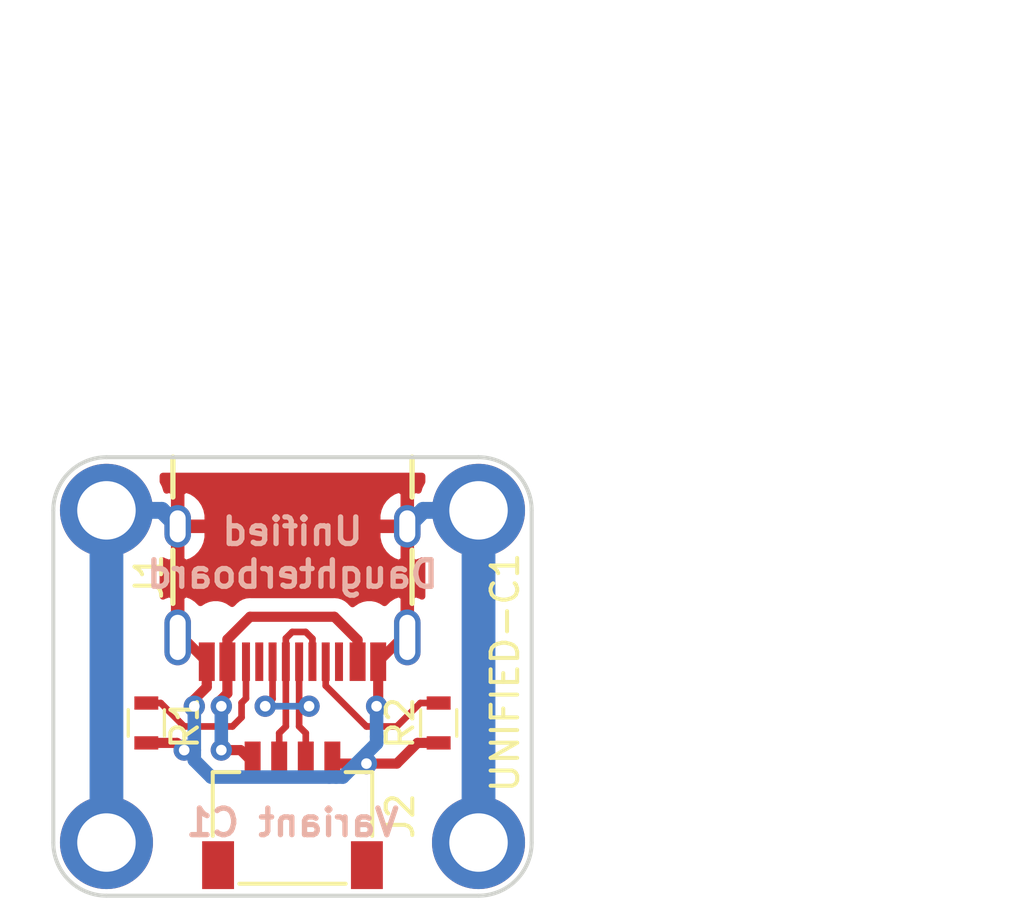
<source format=kicad_pcb>
(kicad_pcb (version 20171130) (host pcbnew "(5.0.2)-1")

  (general
    (thickness 1.6)
    (drawings 19)
    (tracks 86)
    (zones 0)
    (modules 8)
    (nets 9)
  )

  (page A4)
  (layers
    (0 F.Cu signal)
    (31 B.Cu signal)
    (32 B.Adhes user)
    (33 F.Adhes user)
    (34 B.Paste user)
    (35 F.Paste user)
    (36 B.SilkS user)
    (37 F.SilkS user)
    (38 B.Mask user)
    (39 F.Mask user)
    (40 Dwgs.User user)
    (41 Cmts.User user)
    (42 Eco1.User user)
    (43 Eco2.User user)
    (44 Edge.Cuts user)
    (45 Margin user)
    (46 B.CrtYd user)
    (47 F.CrtYd user)
    (48 B.Fab user)
    (49 F.Fab user hide)
  )

  (setup
    (last_trace_width 0.25)
    (trace_clearance 0.2)
    (zone_clearance 0.508)
    (zone_45_only no)
    (trace_min 0.2)
    (segment_width 0.0001)
    (edge_width 0.15)
    (via_size 0.8)
    (via_drill 0.4)
    (via_min_size 0.4)
    (via_min_drill 0.3)
    (uvia_size 0.3)
    (uvia_drill 0.1)
    (uvias_allowed no)
    (uvia_min_size 0.2)
    (uvia_min_drill 0.1)
    (pcb_text_width 0.3)
    (pcb_text_size 1.5 1.5)
    (mod_edge_width 0.15)
    (mod_text_size 1 1)
    (mod_text_width 0.15)
    (pad_size 1.524 1.524)
    (pad_drill 0.762)
    (pad_to_mask_clearance 0.051)
    (solder_mask_min_width 0.25)
    (aux_axis_origin 0 0)
    (visible_elements 7FFFFFFF)
    (pcbplotparams
      (layerselection 0x010fc_ffffffff)
      (usegerberextensions true)
      (usegerberattributes false)
      (usegerberadvancedattributes false)
      (creategerberjobfile false)
      (excludeedgelayer true)
      (linewidth 0.100000)
      (plotframeref false)
      (viasonmask false)
      (mode 1)
      (useauxorigin false)
      (hpglpennumber 1)
      (hpglpenspeed 20)
      (hpglpendiameter 15.000000)
      (psnegative false)
      (psa4output false)
      (plotreference true)
      (plotvalue true)
      (plotinvisibletext false)
      (padsonsilk false)
      (subtractmaskfromsilk true)
      (outputformat 1)
      (mirror false)
      (drillshape 0)
      (scaleselection 1)
      (outputdirectory "Gerber"))
  )

  (net 0 "")
  (net 1 D+)
  (net 2 GND)
  (net 3 D-)
  (net 4 VCC)
  (net 5 "Net-(J1-Pad10)")
  (net 6 "Net-(J1-Pad4)")
  (net 7 "Net-(J1-Pad9)")
  (net 8 "Net-(J1-Pad3)")

  (net_class Default "This is the default net class."
    (clearance 0.2)
    (trace_width 0.25)
    (via_dia 0.8)
    (via_drill 0.4)
    (uvia_dia 0.3)
    (uvia_drill 0.1)
    (add_net D+)
    (add_net D-)
    (add_net "Net-(J1-Pad10)")
    (add_net "Net-(J1-Pad3)")
    (add_net "Net-(J1-Pad4)")
    (add_net "Net-(J1-Pad9)")
  )

  (net_class Power ""
    (clearance 0.2)
    (trace_width 0.381)
    (via_dia 0.8)
    (via_drill 0.4)
    (uvia_dia 0.3)
    (uvia_drill 0.1)
    (add_net GND)
    (add_net VCC)
  )

  (module random-keyboard-parts:Generic-Mounthole (layer F.Cu) (tedit 5C91B17B) (tstamp 5C91B6FC)
    (at 32 32)
    (path /5C91EC0E)
    (attr virtual)
    (fp_text reference MH1 (at 0 2) (layer Dwgs.User)
      (effects (font (size 1 1) (thickness 0.15)))
    )
    (fp_text value Mount-M2 (at 0 -2) (layer Dwgs.User)
      (effects (font (size 1 1) (thickness 0.15)))
    )
    (pad 1 thru_hole circle (at 0 0) (size 3.5 3.5) (drill 2.2) (layers *.Cu *.Mask)
      (net 2 GND))
  )

  (module random-keyboard-parts:Generic-Mounthole (layer F.Cu) (tedit 5C91B17B) (tstamp 5C91B700)
    (at 46 32)
    (path /5C91EC94)
    (attr virtual)
    (fp_text reference MH2 (at 0 2) (layer Dwgs.User)
      (effects (font (size 1 1) (thickness 0.15)))
    )
    (fp_text value Mount-M2 (at 0 -2) (layer Dwgs.User)
      (effects (font (size 1 1) (thickness 0.15)))
    )
    (pad 1 thru_hole circle (at 0 0) (size 3.5 3.5) (drill 2.2) (layers *.Cu *.Mask)
      (net 2 GND))
  )

  (module random-keyboard-parts:Generic-Mounthole (layer F.Cu) (tedit 5C91B17B) (tstamp 5C91B704)
    (at 32 44.5)
    (path /5C91ECC0)
    (attr virtual)
    (fp_text reference MH3 (at 0 2) (layer Dwgs.User)
      (effects (font (size 1 1) (thickness 0.15)))
    )
    (fp_text value Mount-M2 (at 0 -2) (layer Dwgs.User)
      (effects (font (size 1 1) (thickness 0.15)))
    )
    (pad 1 thru_hole circle (at 0 0) (size 3.5 3.5) (drill 2.2) (layers *.Cu *.Mask)
      (net 2 GND))
  )

  (module random-keyboard-parts:Generic-Mounthole (layer F.Cu) (tedit 5C91B17B) (tstamp 5C91B708)
    (at 46 44.5)
    (path /5C91ECE4)
    (attr virtual)
    (fp_text reference MH4 (at 0 2) (layer Dwgs.User)
      (effects (font (size 1 1) (thickness 0.15)))
    )
    (fp_text value Mount-M2 (at 0 -2) (layer Dwgs.User)
      (effects (font (size 1 1) (thickness 0.15)))
    )
    (pad 1 thru_hole circle (at 0 0) (size 3.5 3.5) (drill 2.2) (layers *.Cu *.Mask)
      (net 2 GND))
  )

  (module random-keyboard-parts:JST-SR-4 (layer F.Cu) (tedit 5C919B1C) (tstamp 5C91C18E)
    (at 39 46.25)
    (path /5C91AFCB)
    (fp_text reference J2 (at 4.053 -2.75 270) (layer F.SilkS)
      (effects (font (size 1 1) (thickness 0.15)))
    )
    (fp_text value Conn_01x04 (at 0 1) (layer F.Fab)
      (effects (font (size 1 1) (thickness 0.15)))
    )
    (fp_line (start 3 -0.2) (end -3 -0.2) (layer B.CrtYd) (width 0.15))
    (fp_line (start -3 -0.2) (end -3 -4.4) (layer B.CrtYd) (width 0.15))
    (fp_line (start -3 -4.4) (end 3 -4.4) (layer B.CrtYd) (width 0.15))
    (fp_line (start 3 -4.4) (end 3 -0.2) (layer B.CrtYd) (width 0.15))
    (fp_line (start 2 -4.4) (end 3 -4.4) (layer F.SilkS) (width 0.15))
    (fp_line (start 3 -4.4) (end 3 -2) (layer F.SilkS) (width 0.15))
    (fp_line (start 2 -0.2) (end -2 -0.2) (layer F.SilkS) (width 0.15))
    (fp_line (start -3 -2) (end -3 -4.4) (layer F.SilkS) (width 0.15))
    (fp_line (start -3 -4.4) (end -2 -4.4) (layer F.SilkS) (width 0.15))
    (pad 3 smd rect (at 0.5 -4.775) (size 0.6 1.55) (layers F.Cu F.Paste F.Mask)
      (net 1 D+))
    (pad 4 smd rect (at 1.5 -4.775) (size 0.6 1.55) (layers F.Cu F.Paste F.Mask)
      (net 2 GND))
    (pad 2 smd rect (at -0.5 -4.775) (size 0.6 1.55) (layers F.Cu F.Paste F.Mask)
      (net 3 D-))
    (pad 1 smd rect (at -1.5 -4.775) (size 0.6 1.55) (layers F.Cu F.Paste F.Mask)
      (net 4 VCC))
    (pad "" smd rect (at -2.8 -0.9) (size 1.2 1.8) (layers F.Cu F.Paste F.Mask))
    (pad "" smd rect (at 2.8 -0.9) (size 1.2 1.8) (layers F.Cu F.Paste F.Mask))
    (model ${KIPRJMOD}/random-keyboard-parts.pretty/JST-SR-4.step
      (at (xyz 0 0 0))
      (scale (xyz 1 1 1))
      (rotate (xyz -90 0 0))
    )
  )

  (module Resistors_SMD:R_0603 (layer F.Cu) (tedit 58E0A804) (tstamp 5C91BA59)
    (at 33.5 40 270)
    (descr "Resistor SMD 0603, reflow soldering, Vishay (see dcrcw.pdf)")
    (tags "resistor 0603")
    (path /5C91B042)
    (attr smd)
    (fp_text reference R1 (at 0 -1.45 270) (layer F.SilkS)
      (effects (font (size 1 1) (thickness 0.15)))
    )
    (fp_text value 5.1k (at 0 1.5 270) (layer F.Fab)
      (effects (font (size 1 1) (thickness 0.15)))
    )
    (fp_line (start 1.25 0.7) (end -1.25 0.7) (layer F.CrtYd) (width 0.05))
    (fp_line (start 1.25 0.7) (end 1.25 -0.7) (layer F.CrtYd) (width 0.05))
    (fp_line (start -1.25 -0.7) (end -1.25 0.7) (layer F.CrtYd) (width 0.05))
    (fp_line (start -1.25 -0.7) (end 1.25 -0.7) (layer F.CrtYd) (width 0.05))
    (fp_line (start -0.5 -0.68) (end 0.5 -0.68) (layer F.SilkS) (width 0.12))
    (fp_line (start 0.5 0.68) (end -0.5 0.68) (layer F.SilkS) (width 0.12))
    (fp_line (start -0.8 -0.4) (end 0.8 -0.4) (layer F.Fab) (width 0.1))
    (fp_line (start 0.8 -0.4) (end 0.8 0.4) (layer F.Fab) (width 0.1))
    (fp_line (start 0.8 0.4) (end -0.8 0.4) (layer F.Fab) (width 0.1))
    (fp_line (start -0.8 0.4) (end -0.8 -0.4) (layer F.Fab) (width 0.1))
    (fp_text user %R (at 0 0 270) (layer F.Fab)
      (effects (font (size 0.4 0.4) (thickness 0.075)))
    )
    (pad 2 smd rect (at 0.75 0 270) (size 0.5 0.9) (layers F.Cu F.Paste F.Mask)
      (net 2 GND))
    (pad 1 smd rect (at -0.75 0 270) (size 0.5 0.9) (layers F.Cu F.Paste F.Mask)
      (net 5 "Net-(J1-Pad10)"))
    (model ${KISYS3DMOD}/Resistors_SMD.3dshapes/R_0603.wrl
      (at (xyz 0 0 0))
      (scale (xyz 1 1 1))
      (rotate (xyz 0 0 0))
    )
  )

  (module Resistors_SMD:R_0603 (layer F.Cu) (tedit 58E0A804) (tstamp 5C91B372)
    (at 44.5 40 270)
    (descr "Resistor SMD 0603, reflow soldering, Vishay (see dcrcw.pdf)")
    (tags "resistor 0603")
    (path /5C91B0D9)
    (attr smd)
    (fp_text reference R2 (at 0 1.447 270) (layer F.SilkS)
      (effects (font (size 1 1) (thickness 0.15)))
    )
    (fp_text value 5.1k (at 0 1.5 270) (layer F.Fab)
      (effects (font (size 1 1) (thickness 0.15)))
    )
    (fp_text user %R (at 0 0 270) (layer F.Fab)
      (effects (font (size 0.4 0.4) (thickness 0.075)))
    )
    (fp_line (start -0.8 0.4) (end -0.8 -0.4) (layer F.Fab) (width 0.1))
    (fp_line (start 0.8 0.4) (end -0.8 0.4) (layer F.Fab) (width 0.1))
    (fp_line (start 0.8 -0.4) (end 0.8 0.4) (layer F.Fab) (width 0.1))
    (fp_line (start -0.8 -0.4) (end 0.8 -0.4) (layer F.Fab) (width 0.1))
    (fp_line (start 0.5 0.68) (end -0.5 0.68) (layer F.SilkS) (width 0.12))
    (fp_line (start -0.5 -0.68) (end 0.5 -0.68) (layer F.SilkS) (width 0.12))
    (fp_line (start -1.25 -0.7) (end 1.25 -0.7) (layer F.CrtYd) (width 0.05))
    (fp_line (start -1.25 -0.7) (end -1.25 0.7) (layer F.CrtYd) (width 0.05))
    (fp_line (start 1.25 0.7) (end 1.25 -0.7) (layer F.CrtYd) (width 0.05))
    (fp_line (start 1.25 0.7) (end -1.25 0.7) (layer F.CrtYd) (width 0.05))
    (pad 1 smd rect (at -0.75 0 270) (size 0.5 0.9) (layers F.Cu F.Paste F.Mask)
      (net 6 "Net-(J1-Pad4)"))
    (pad 2 smd rect (at 0.75 0 270) (size 0.5 0.9) (layers F.Cu F.Paste F.Mask)
      (net 2 GND))
    (model ${KISYS3DMOD}/Resistors_SMD.3dshapes/R_0603.wrl
      (at (xyz 0 0 0))
      (scale (xyz 1 1 1))
      (rotate (xyz 0 0 0))
    )
  )

  (module Type-C:HRO-TYPE-C-31-M-12-Assembly (layer F.Cu) (tedit 5C42C666) (tstamp 5C91CAB6)
    (at 39 30 180)
    (path /5C91AF59)
    (attr smd)
    (fp_text reference J1 (at 5.4 -4.5 270) (layer F.SilkS)
      (effects (font (size 1 1) (thickness 0.15)))
    )
    (fp_text value HRO-TYPE-C-31-M-12 (at 0 1.15 180) (layer Dwgs.User)
      (effects (font (size 1 1) (thickness 0.15)))
    )
    (fp_line (start -4.47 -7.3) (end 4.47 -7.3) (layer Dwgs.User) (width 0.15))
    (fp_line (start 4.47 0) (end 4.47 -7.3) (layer Dwgs.User) (width 0.15))
    (fp_line (start -4.47 0) (end -4.47 -7.3) (layer Dwgs.User) (width 0.15))
    (fp_line (start -4.47 0) (end 4.47 0) (layer Dwgs.User) (width 0.15))
    (fp_text user %R (at 0 -9.25 180) (layer F.Fab)
      (effects (font (size 1 1) (thickness 0.15)))
    )
    (fp_line (start -4.5 -7.5) (end 4.5 -7.5) (layer F.CrtYd) (width 0.15))
    (fp_line (start 4.5 -7.5) (end 4.5 0) (layer F.CrtYd) (width 0.15))
    (fp_line (start 4.5 0) (end -4.5 0) (layer F.CrtYd) (width 0.15))
    (fp_line (start -4.5 0) (end -4.5 -7.5) (layer F.CrtYd) (width 0.15))
    (fp_line (start -3.75 -7.5) (end -3.75 -8.5) (layer F.CrtYd) (width 0.15))
    (fp_line (start -3.75 -8.5) (end 3.75 -8.5) (layer F.CrtYd) (width 0.15))
    (fp_line (start 3.75 -8.5) (end 3.75 -7.5) (layer F.CrtYd) (width 0.15))
    (pad 13 thru_hole oval (at 4.32 -2.6 180) (size 1 1.6) (drill oval 0.6 1.2) (layers *.Cu *.Mask)
      (net 2 GND))
    (pad 13 thru_hole oval (at -4.32 -2.6 180) (size 1 1.6) (drill oval 0.6 1.2) (layers *.Cu *.Mask)
      (net 2 GND))
    (pad 13 thru_hole oval (at 4.32 -6.78 180) (size 1 2.1) (drill oval 0.6 1.7) (layers *.Cu *.Mask)
      (net 2 GND))
    (pad 13 thru_hole oval (at -4.32 -6.78 180) (size 1 2.1) (drill oval 0.6 1.7) (layers *.Cu *.Mask)
      (net 2 GND))
    (pad "" np_thru_hole circle (at -2.89 -6.25 180) (size 0.65 0.65) (drill 0.65) (layers *.Cu *.Mask))
    (pad "" np_thru_hole circle (at 2.89 -6.25 180) (size 0.65 0.65) (drill 0.65) (layers *.Cu *.Mask))
    (pad 6 smd rect (at -0.25 -7.695 180) (size 0.3 1.45) (layers F.Cu F.Paste F.Mask)
      (net 1 D+))
    (pad 7 smd rect (at 0.25 -7.695 180) (size 0.3 1.45) (layers F.Cu F.Paste F.Mask)
      (net 3 D-))
    (pad 8 smd rect (at 0.75 -7.695 180) (size 0.3 1.45) (layers F.Cu F.Paste F.Mask)
      (net 1 D+))
    (pad 5 smd rect (at -0.75 -7.695 180) (size 0.3 1.45) (layers F.Cu F.Paste F.Mask)
      (net 3 D-))
    (pad 9 smd rect (at 1.25 -7.695 180) (size 0.3 1.45) (layers F.Cu F.Paste F.Mask)
      (net 7 "Net-(J1-Pad9)"))
    (pad 4 smd rect (at -1.25 -7.695 180) (size 0.3 1.45) (layers F.Cu F.Paste F.Mask)
      (net 6 "Net-(J1-Pad4)"))
    (pad 10 smd rect (at 1.75 -7.695 180) (size 0.3 1.45) (layers F.Cu F.Paste F.Mask)
      (net 5 "Net-(J1-Pad10)"))
    (pad 3 smd rect (at -1.75 -7.695 180) (size 0.3 1.45) (layers F.Cu F.Paste F.Mask)
      (net 8 "Net-(J1-Pad3)"))
    (pad 2 smd rect (at -2.45 -7.695 180) (size 0.6 1.45) (layers F.Cu F.Paste F.Mask)
      (net 4 VCC))
    (pad 11 smd rect (at 2.45 -7.695 180) (size 0.6 1.45) (layers F.Cu F.Paste F.Mask)
      (net 4 VCC))
    (pad 1 smd rect (at -3.225 -7.695 180) (size 0.6 1.45) (layers F.Cu F.Paste F.Mask)
      (net 2 GND))
    (pad 12 smd rect (at 3.225 -7.695 180) (size 0.6 1.45) (layers F.Cu F.Paste F.Mask)
      (net 2 GND))
    (model "C:/Users/Ryota/Documents/GitHub/Type-C.pretty/HRO  TYPE-C-31-M-12.step"
      (offset (xyz -4.47 0 0))
      (scale (xyz 1 1 1))
      (rotate (xyz 90 180 180))
    )
  )

  (gr_text "Variant C1" (at 39 43.75) (layer B.SilkS)
    (effects (font (size 1 1) (thickness 0.2)) (justify mirror))
  )
  (gr_text UNIFIED-C1 (at 47 38.1 90) (layer F.SilkS) (tstamp 5C91CD6D)
    (effects (font (size 1 1) (thickness 0.15)))
  )
  (gr_text "Unified\nDaughterboard" (at 39 33.6) (layer B.SilkS)
    (effects (font (size 1 1) (thickness 0.2)) (justify mirror))
  )
  (gr_line (start 43.5 33.5) (end 43.5 35.5) (layer F.SilkS) (width 0.2))
  (gr_line (start 43.5 30) (end 43.5 31.5) (layer F.SilkS) (width 0.2))
  (gr_line (start 34.5 33.5) (end 34.5 35.5) (layer F.SilkS) (width 0.2))
  (gr_line (start 34.5 30) (end 34.5 31.5) (layer F.SilkS) (width 0.2))
  (dimension 14 (width 0.3) (layer Dwgs.User)
    (gr_text "14.000 mm" (at 39 20.400001) (layer Dwgs.User)
      (effects (font (size 1.5 1.5) (thickness 0.3)))
    )
    (feature1 (pts (xy 32 30) (xy 32 21.91358)))
    (feature2 (pts (xy 46 30) (xy 46 21.91358)))
    (crossbar (pts (xy 46 22.500001) (xy 32 22.500001)))
    (arrow1a (pts (xy 32 22.500001) (xy 33.126504 21.91358)))
    (arrow1b (pts (xy 32 22.500001) (xy 33.126504 23.086422)))
    (arrow2a (pts (xy 46 22.500001) (xy 44.873496 21.91358)))
    (arrow2b (pts (xy 46 22.500001) (xy 44.873496 23.086422)))
  )
  (dimension 12.5 (width 0.3) (layer Dwgs.User)
    (gr_text "12.500 mm" (at 60.6 38.25 270) (layer Dwgs.User)
      (effects (font (size 1.5 1.5) (thickness 0.3)))
    )
    (feature1 (pts (xy 48 44.5) (xy 59.086421 44.5)))
    (feature2 (pts (xy 48 32) (xy 59.086421 32)))
    (crossbar (pts (xy 58.5 32) (xy 58.5 44.5)))
    (arrow1a (pts (xy 58.5 44.5) (xy 57.913579 43.373496)))
    (arrow1b (pts (xy 58.5 44.5) (xy 59.086421 43.373496)))
    (arrow2a (pts (xy 58.5 32) (xy 57.913579 33.126504)))
    (arrow2b (pts (xy 58.5 32) (xy 59.086421 33.126504)))
  )
  (gr_arc (start 46 44.5) (end 46 46.5) (angle -90) (layer Edge.Cuts) (width 0.15))
  (gr_arc (start 32 44.5) (end 30 44.5) (angle -90) (layer Edge.Cuts) (width 0.15))
  (gr_line (start 30 44.5) (end 30 32) (layer Edge.Cuts) (width 0.15))
  (gr_line (start 46 46.5) (end 32 46.5) (layer Edge.Cuts) (width 0.15))
  (gr_line (start 48 32) (end 48 44.5) (layer Edge.Cuts) (width 0.15))
  (gr_line (start 32 30) (end 46 30) (layer Edge.Cuts) (width 0.15))
  (gr_arc (start 32 32) (end 32 30) (angle -90) (layer Edge.Cuts) (width 0.15))
  (gr_arc (start 46 32) (end 48 32) (angle -90) (layer Edge.Cuts) (width 0.15))
  (dimension 16.5 (width 0.3) (layer Dwgs.User)
    (gr_text "16.500 mm" (at 64.6 38.25 270) (layer Dwgs.User)
      (effects (font (size 1.5 1.5) (thickness 0.3)))
    )
    (feature1 (pts (xy 48 46.5) (xy 63.086421 46.5)))
    (feature2 (pts (xy 48 30) (xy 63.086421 30)))
    (crossbar (pts (xy 62.5 30) (xy 62.5 46.5)))
    (arrow1a (pts (xy 62.5 46.5) (xy 61.913579 45.373496)))
    (arrow1b (pts (xy 62.5 46.5) (xy 63.086421 45.373496)))
    (arrow2a (pts (xy 62.5 30) (xy 61.913579 31.126504)))
    (arrow2b (pts (xy 62.5 30) (xy 63.086421 31.126504)))
  )
  (dimension 18 (width 0.3) (layer Dwgs.User)
    (gr_text "18.000 mm" (at 39 13.9) (layer Dwgs.User)
      (effects (font (size 1.5 1.5) (thickness 0.3)))
    )
    (feature1 (pts (xy 48 30) (xy 48 15.413579)))
    (feature2 (pts (xy 30 30) (xy 30 15.413579)))
    (crossbar (pts (xy 30 16) (xy 48 16)))
    (arrow1a (pts (xy 48 16) (xy 46.873496 16.586421)))
    (arrow1b (pts (xy 48 16) (xy 46.873496 15.413579)))
    (arrow2a (pts (xy 30 16) (xy 31.126504 16.586421)))
    (arrow2b (pts (xy 30 16) (xy 31.126504 15.413579)))
  )

  (via (at 37.973 39.37) (size 0.8) (drill 0.4) (layers F.Cu B.Cu) (net 1))
  (segment (start 38.25 37.695) (end 38.25 39.093) (width 0.25) (layer F.Cu) (net 1))
  (segment (start 38.25 39.093) (end 37.973 39.37) (width 0.25) (layer F.Cu) (net 1))
  (via (at 39.624 39.37) (size 0.8) (drill 0.4) (layers F.Cu B.Cu) (net 1))
  (segment (start 37.973 39.37) (end 39.624 39.37) (width 0.25) (layer B.Cu) (net 1))
  (segment (start 39.624 39.37) (end 39.25 39.37) (width 0.25) (layer F.Cu) (net 1))
  (segment (start 39.25 37.695) (end 39.25 39.37) (width 0.25) (layer F.Cu) (net 1))
  (segment (start 39.5 40.382) (end 39.25 40.132) (width 0.25) (layer F.Cu) (net 1))
  (segment (start 39.5 41.475) (end 39.5 40.382) (width 0.25) (layer F.Cu) (net 1))
  (segment (start 39.25 39.37) (end 39.25 40.132) (width 0.25) (layer F.Cu) (net 1))
  (segment (start 34.86 36.78) (end 35.775 37.695) (width 0.381) (layer F.Cu) (net 2))
  (segment (start 34.68 36.78) (end 34.86 36.78) (width 0.381) (layer F.Cu) (net 2))
  (segment (start 34.68 36.78) (end 34.68 32.6) (width 0.381) (layer F.Cu) (net 2))
  (segment (start 34.68 32.6) (end 43.32 32.6) (width 0.381) (layer F.Cu) (net 2))
  (segment (start 43.32 32.6) (end 43.32 36.78) (width 0.381) (layer F.Cu) (net 2))
  (segment (start 43.14 36.78) (end 42.225 37.695) (width 0.381) (layer F.Cu) (net 2))
  (segment (start 43.32 36.78) (end 43.14 36.78) (width 0.381) (layer F.Cu) (net 2))
  (segment (start 35.775 37.695) (end 35.775 38.52) (width 0.381) (layer F.Cu) (net 2))
  (segment (start 35.775 38.52) (end 35.775 38.647) (width 0.381) (layer F.Cu) (net 2))
  (via (at 35.306 39.37) (size 0.8) (drill 0.4) (layers F.Cu B.Cu) (net 2))
  (segment (start 35.775 38.647) (end 35.306 39.116) (width 0.381) (layer F.Cu) (net 2))
  (segment (start 35.306 39.116) (end 35.306 39.37) (width 0.381) (layer F.Cu) (net 2))
  (via (at 41.783 41.529) (size 0.8) (drill 0.4) (layers F.Cu B.Cu) (net 2))
  (segment (start 41.783 41.529) (end 42.926 41.529) (width 0.381) (layer F.Cu) (net 2))
  (segment (start 43.705 40.75) (end 44.5 40.75) (width 0.381) (layer F.Cu) (net 2))
  (segment (start 42.926 41.529) (end 43.705 40.75) (width 0.381) (layer F.Cu) (net 2))
  (via (at 34.925 41.021) (size 0.8) (drill 0.4) (layers F.Cu B.Cu) (net 2))
  (segment (start 33.5 40.75) (end 34.654 40.75) (width 0.381) (layer F.Cu) (net 2))
  (segment (start 34.654 40.75) (end 34.925 41.021) (width 0.381) (layer F.Cu) (net 2))
  (segment (start 34.08 32) (end 34.68 32.6) (width 0.635) (layer B.Cu) (net 2))
  (segment (start 32 32) (end 34.08 32) (width 0.635) (layer B.Cu) (net 2))
  (segment (start 40.554 41.529) (end 40.5 41.475) (width 0.381) (layer F.Cu) (net 2))
  (segment (start 41.783 41.529) (end 40.554 41.529) (width 0.381) (layer F.Cu) (net 2))
  (segment (start 43.92 32) (end 43.32 32.6) (width 0.635) (layer B.Cu) (net 2))
  (segment (start 46 32) (end 43.92 32) (width 0.635) (layer B.Cu) (net 2))
  (segment (start 46 44.5) (end 46 32) (width 1.27) (layer B.Cu) (net 2))
  (segment (start 32 44.5) (end 32 32) (width 1.27) (layer B.Cu) (net 2))
  (segment (start 35.306 39.37) (end 35.306 41.021) (width 0.508) (layer B.Cu) (net 2))
  (segment (start 34.925 41.021) (end 35.306 41.021) (width 0.508) (layer B.Cu) (net 2))
  (segment (start 35.306 41.021) (end 35.306 41.402) (width 0.508) (layer B.Cu) (net 2))
  (segment (start 35.306 41.402) (end 35.941 42.037) (width 0.508) (layer B.Cu) (net 2))
  (segment (start 40.64 42.037) (end 40.386 42.037) (width 0.508) (layer B.Cu) (net 2))
  (segment (start 35.941 42.037) (end 40.386 42.037) (width 0.508) (layer B.Cu) (net 2))
  (segment (start 41.783 41.529) (end 41.783 41.402) (width 0.508) (layer B.Cu) (net 2))
  (via (at 42.164 39.37) (size 0.8) (drill 0.4) (layers F.Cu B.Cu) (net 2))
  (segment (start 42.225 37.695) (end 42.225 39.309) (width 0.381) (layer F.Cu) (net 2))
  (segment (start 42.225 39.309) (end 42.164 39.37) (width 0.381) (layer F.Cu) (net 2))
  (segment (start 42.164 39.37) (end 42.164 40.513) (width 0.508) (layer B.Cu) (net 2))
  (segment (start 42.164 40.513) (end 42.164 40.767) (width 0.508) (layer B.Cu) (net 2))
  (segment (start 41.783 41.148) (end 41.783 41.529) (width 0.381) (layer B.Cu) (net 2))
  (segment (start 42.164 40.767) (end 41.783 41.148) (width 0.508) (layer B.Cu) (net 2))
  (segment (start 40.894 42.037) (end 41.783 41.148) (width 0.508) (layer B.Cu) (net 2))
  (segment (start 40.64 42.037) (end 40.894 42.037) (width 0.508) (layer B.Cu) (net 2))
  (segment (start 38.5 40.382) (end 38.75 40.132) (width 0.25) (layer F.Cu) (net 3))
  (segment (start 38.5 41.475) (end 38.5 40.382) (width 0.25) (layer F.Cu) (net 3))
  (segment (start 38.75 37.695) (end 38.75 40.132) (width 0.25) (layer F.Cu) (net 3))
  (segment (start 38.75 37.695) (end 38.75 36.815) (width 0.25) (layer F.Cu) (net 3))
  (segment (start 38.75 36.815) (end 38.989 36.576) (width 0.25) (layer F.Cu) (net 3))
  (segment (start 38.989 36.576) (end 39.497 36.576) (width 0.25) (layer F.Cu) (net 3))
  (segment (start 39.75 36.829) (end 39.75 37.695) (width 0.25) (layer F.Cu) (net 3))
  (segment (start 39.497 36.576) (end 39.75 36.829) (width 0.25) (layer F.Cu) (net 3))
  (segment (start 41.45 36.878) (end 41.45 37.695) (width 0.381) (layer F.Cu) (net 4))
  (segment (start 40.5765 36.0045) (end 41.45 36.878) (width 0.381) (layer F.Cu) (net 4))
  (segment (start 37.4015 36.0045) (end 40.5765 36.0045) (width 0.381) (layer F.Cu) (net 4))
  (segment (start 36.55 36.856) (end 37.4015 36.0045) (width 0.381) (layer F.Cu) (net 4))
  (segment (start 36.55 37.695) (end 36.55 36.856) (width 0.381) (layer F.Cu) (net 4))
  (segment (start 36.55 37.695) (end 36.55 38.888) (width 0.381) (layer F.Cu) (net 4))
  (segment (start 36.55 38.888) (end 36.322 39.116) (width 0.381) (layer F.Cu) (net 4))
  (segment (start 36.322 39.116) (end 36.322 39.37) (width 0.381) (layer F.Cu) (net 4))
  (via (at 36.322 39.37) (size 0.8) (drill 0.4) (layers F.Cu B.Cu) (net 4))
  (via (at 36.322 41.021) (size 0.8) (drill 0.4) (layers F.Cu B.Cu) (net 4))
  (segment (start 37.046 41.021) (end 37.5 41.475) (width 0.381) (layer F.Cu) (net 4))
  (segment (start 36.322 41.021) (end 37.046 41.021) (width 0.381) (layer F.Cu) (net 4))
  (segment (start 36.322 39.37) (end 36.322 41.021) (width 0.508) (layer B.Cu) (net 4))
  (segment (start 37.25 39.077) (end 37.25 37.695) (width 0.25) (layer F.Cu) (net 5))
  (segment (start 33.5 39.25) (end 34.043 39.25) (width 0.25) (layer F.Cu) (net 5))
  (segment (start 34.043 39.25) (end 34.925 40.132) (width 0.25) (layer F.Cu) (net 5))
  (segment (start 34.925 40.132) (end 36.739999 40.132) (width 0.25) (layer F.Cu) (net 5))
  (segment (start 36.739999 40.132) (end 37.084 39.787999) (width 0.25) (layer F.Cu) (net 5))
  (segment (start 37.084 39.787999) (end 37.084 39.243) (width 0.25) (layer F.Cu) (net 5))
  (segment (start 37.084 39.243) (end 37.25 39.077) (width 0.25) (layer F.Cu) (net 5))
  (segment (start 43.808 39.25) (end 42.926 40.132) (width 0.25) (layer F.Cu) (net 6))
  (segment (start 44.5 39.25) (end 43.808 39.25) (width 0.25) (layer F.Cu) (net 6))
  (segment (start 40.25 38.599) (end 41.783 40.132) (width 0.25) (layer F.Cu) (net 6))
  (segment (start 40.25 37.695) (end 40.25 38.599) (width 0.25) (layer F.Cu) (net 6))
  (segment (start 42.926 40.132) (end 41.783 40.132) (width 0.25) (layer F.Cu) (net 6))

  (zone (net 2) (net_name GND) (layer F.Cu) (tstamp 5C91C208) (hatch edge 0.508)
    (connect_pads (clearance 0.508))
    (min_thickness 0.254)
    (fill yes (arc_segments 32) (thermal_gap 0.508) (thermal_bridge_width 0.508))
    (polygon
      (pts
        (xy 34 30) (xy 34 38) (xy 44 38) (xy 44 30)
      )
    )
    (filled_polygon
      (pts
        (xy 43.873 30.920913) (xy 43.773487 31.113409) (xy 43.73513 31.246413) (xy 43.621874 31.205881) (xy 43.447 31.332046)
        (xy 43.447 32.473) (xy 43.467 32.473) (xy 43.467 32.727) (xy 43.447 32.727) (xy 43.447 33.867954)
        (xy 43.621874 33.994119) (xy 43.844976 33.914276) (xy 43.873 33.896084) (xy 43.873 35.233916) (xy 43.844976 35.215724)
        (xy 43.621874 35.135881) (xy 43.447 35.262046) (xy 43.447 36.653) (xy 43.467 36.653) (xy 43.467 36.907)
        (xy 43.447 36.907) (xy 43.447 36.927) (xy 43.193 36.927) (xy 43.193 36.907) (xy 43.173 36.907)
        (xy 43.173 36.653) (xy 43.193 36.653) (xy 43.193 35.262046) (xy 43.018126 35.135881) (xy 42.795024 35.215724)
        (xy 42.607236 35.337631) (xy 42.462884 35.478206) (xy 42.344731 35.399259) (xy 42.170022 35.326892) (xy 41.984552 35.29)
        (xy 41.795448 35.29) (xy 41.609978 35.326892) (xy 41.435269 35.399259) (xy 41.278036 35.504319) (xy 41.260894 35.521461)
        (xy 41.188897 35.449465) (xy 41.163041 35.417959) (xy 41.037342 35.314801) (xy 40.893934 35.238147) (xy 40.738326 35.190944)
        (xy 40.617053 35.179) (xy 40.61705 35.179) (xy 40.5765 35.175006) (xy 40.53595 35.179) (xy 37.44205 35.179)
        (xy 37.4015 35.175006) (xy 37.360949 35.179) (xy 37.360947 35.179) (xy 37.239674 35.190944) (xy 37.084066 35.238147)
        (xy 36.940657 35.314801) (xy 36.846458 35.392108) (xy 36.846457 35.392109) (xy 36.814959 35.417959) (xy 36.789111 35.449456)
        (xy 36.728106 35.510461) (xy 36.721964 35.504319) (xy 36.564731 35.399259) (xy 36.390022 35.326892) (xy 36.204552 35.29)
        (xy 36.015448 35.29) (xy 35.829978 35.326892) (xy 35.655269 35.399259) (xy 35.537116 35.478206) (xy 35.392764 35.337631)
        (xy 35.204976 35.215724) (xy 34.981874 35.135881) (xy 34.807 35.262046) (xy 34.807 36.653) (xy 34.827 36.653)
        (xy 34.827 36.907) (xy 34.807 36.907) (xy 34.807 36.927) (xy 34.553 36.927) (xy 34.553 36.907)
        (xy 34.533 36.907) (xy 34.533 36.653) (xy 34.553 36.653) (xy 34.553 35.262046) (xy 34.378126 35.135881)
        (xy 34.155024 35.215724) (xy 34.127 35.233916) (xy 34.127 33.896084) (xy 34.155024 33.914276) (xy 34.378126 33.994119)
        (xy 34.553 33.867954) (xy 34.553 32.727) (xy 34.807 32.727) (xy 34.807 33.867954) (xy 34.981874 33.994119)
        (xy 35.204976 33.914276) (xy 35.392764 33.792369) (xy 35.553161 33.636169) (xy 35.680003 33.451678) (xy 35.768415 33.245987)
        (xy 35.815 33.027) (xy 35.815 32.727) (xy 42.185 32.727) (xy 42.185 33.027) (xy 42.231585 33.245987)
        (xy 42.319997 33.451678) (xy 42.446839 33.636169) (xy 42.607236 33.792369) (xy 42.795024 33.914276) (xy 43.018126 33.994119)
        (xy 43.193 33.867954) (xy 43.193 32.727) (xy 42.185 32.727) (xy 35.815 32.727) (xy 34.807 32.727)
        (xy 34.553 32.727) (xy 34.533 32.727) (xy 34.533 32.473) (xy 34.553 32.473) (xy 34.553 31.332046)
        (xy 34.807 31.332046) (xy 34.807 32.473) (xy 35.815 32.473) (xy 35.815 32.173) (xy 42.185 32.173)
        (xy 42.185 32.473) (xy 43.193 32.473) (xy 43.193 31.332046) (xy 43.018126 31.205881) (xy 42.795024 31.285724)
        (xy 42.607236 31.407631) (xy 42.446839 31.563831) (xy 42.319997 31.748322) (xy 42.231585 31.954013) (xy 42.185 32.173)
        (xy 35.815 32.173) (xy 35.768415 31.954013) (xy 35.680003 31.748322) (xy 35.553161 31.563831) (xy 35.392764 31.407631)
        (xy 35.204976 31.285724) (xy 34.981874 31.205881) (xy 34.807 31.332046) (xy 34.553 31.332046) (xy 34.378126 31.205881)
        (xy 34.263221 31.247003) (xy 34.201297 31.052532) (xy 34.127 30.913532) (xy 34.127 30.71) (xy 43.873 30.71)
      )
    )
  )
)

</source>
